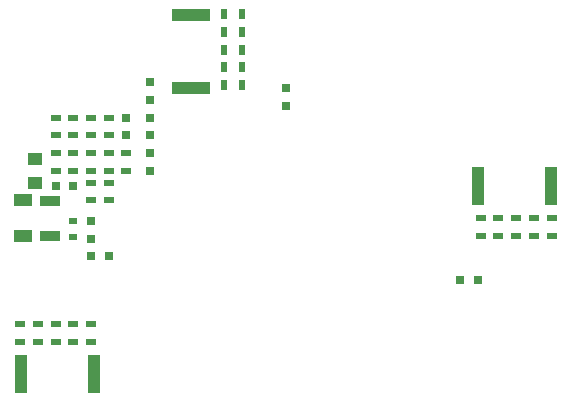
<source format=gbr>
G04 #@! TF.FileFunction,Paste,Bot*
%FSLAX46Y46*%
G04 Gerber Fmt 4.6, Leading zero omitted, Abs format (unit mm)*
G04 Created by KiCad (PCBNEW 4.0.7) date 03/16/20 11:51:46*
%MOMM*%
%LPD*%
G01*
G04 APERTURE LIST*
%ADD10C,0.100000*%
%ADD11R,0.750000X0.800000*%
%ADD12R,0.700000X0.600000*%
%ADD13R,3.200000X1.000000*%
%ADD14R,1.000000X3.200000*%
%ADD15R,1.600000X1.000000*%
%ADD16R,0.800000X0.750000*%
%ADD17R,1.700000X0.900000*%
%ADD18R,0.900000X0.500000*%
%ADD19R,0.500000X0.900000*%
%ADD20R,1.250000X1.000000*%
G04 APERTURE END LIST*
D10*
D11*
X-11500000Y16750000D03*
X-11500000Y15250000D03*
D12*
X-18000000Y5000000D03*
X-18000000Y3600000D03*
D13*
X-8000000Y16250000D03*
X-8000000Y22450000D03*
D14*
X16250000Y8000000D03*
X22450000Y8000000D03*
X-16250000Y-8000000D03*
X-22450000Y-8000000D03*
D11*
X-13500000Y13750000D03*
X-13500000Y12250000D03*
X-11500000Y12250000D03*
X-11500000Y13750000D03*
X-11500000Y9250000D03*
X-11500000Y10750000D03*
D15*
X-22250000Y3750000D03*
X-22250000Y6750000D03*
D11*
X-16500000Y3500000D03*
X-16500000Y5000000D03*
D16*
X-19500000Y8000000D03*
X-18000000Y8000000D03*
D11*
X-2635Y14750000D03*
X-2635Y16250000D03*
D16*
X14750000Y6189D03*
X16250000Y6189D03*
X-15000000Y2000000D03*
X-16500000Y2000000D03*
D17*
X-20000000Y3750000D03*
X-20000000Y6650000D03*
D18*
X-19500000Y10750000D03*
X-19500000Y9250000D03*
X-15000000Y8250000D03*
X-15000000Y6750000D03*
X-22500000Y-3750000D03*
X-22500000Y-5250000D03*
X-16500000Y6750000D03*
X-16500000Y8250000D03*
D19*
X-5250000Y18000000D03*
X-3750000Y18000000D03*
X-5250000Y16500000D03*
X-3750000Y16500000D03*
D18*
X-19500000Y13750000D03*
X-19500000Y12250000D03*
X-15000000Y12250000D03*
X-15000000Y13750000D03*
D19*
X-5250000Y21000000D03*
X-3750000Y21000000D03*
X-5250000Y19500000D03*
X-3750000Y19500000D03*
D18*
X22500000Y5250000D03*
X22500000Y3750000D03*
X-18000000Y13750000D03*
X-18000000Y12250000D03*
X-16500000Y12250000D03*
X-16500000Y13750000D03*
X18000000Y5250000D03*
X18000000Y3750000D03*
X16500000Y5250000D03*
X16500000Y3750000D03*
D19*
X-5250000Y22500000D03*
X-3750000Y22500000D03*
D18*
X21000000Y5250000D03*
X21000000Y3750000D03*
X19500000Y5250000D03*
X19500000Y3750000D03*
X-18000000Y-5250000D03*
X-18000000Y-3750000D03*
X-16500000Y-5250000D03*
X-16500000Y-3750000D03*
X-21000000Y-5250000D03*
X-21000000Y-3750000D03*
X-19500000Y-5250000D03*
X-19500000Y-3750000D03*
X-18000000Y9250000D03*
X-18000000Y10750000D03*
X-16500000Y10750000D03*
X-16500000Y9250000D03*
X-13500000Y10750000D03*
X-13500000Y9250000D03*
X-15000000Y10750000D03*
X-15000000Y9250000D03*
D20*
X-21250000Y10250000D03*
X-21250000Y8250000D03*
M02*

</source>
